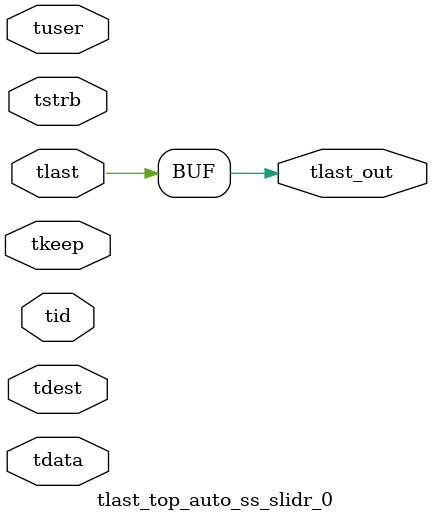
<source format=v>


`timescale 1ps/1ps

module tlast_top_auto_ss_slidr_0 #
(
parameter C_S_AXIS_TID_WIDTH   = 1,
parameter C_S_AXIS_TUSER_WIDTH = 0,
parameter C_S_AXIS_TDATA_WIDTH = 0,
parameter C_S_AXIS_TDEST_WIDTH = 0
)
(
input  [(C_S_AXIS_TID_WIDTH   == 0 ? 1 : C_S_AXIS_TID_WIDTH)-1:0       ] tid,
input  [(C_S_AXIS_TDATA_WIDTH == 0 ? 1 : C_S_AXIS_TDATA_WIDTH)-1:0     ] tdata,
input  [(C_S_AXIS_TUSER_WIDTH == 0 ? 1 : C_S_AXIS_TUSER_WIDTH)-1:0     ] tuser,
input  [(C_S_AXIS_TDEST_WIDTH == 0 ? 1 : C_S_AXIS_TDEST_WIDTH)-1:0     ] tdest,
input  [(C_S_AXIS_TDATA_WIDTH/8)-1:0 ] tkeep,
input  [(C_S_AXIS_TDATA_WIDTH/8)-1:0 ] tstrb,
input  [0:0]                                                             tlast,
output                                                                   tlast_out
);

assign tlast_out = {tlast};

endmodule


</source>
